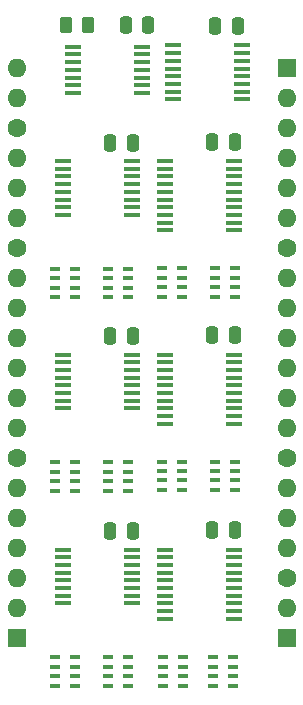
<source format=gts>
%TF.GenerationSoftware,KiCad,Pcbnew,9.0.7-9.0.7~ubuntu24.04.1*%
%TF.CreationDate,2026-01-10T20:26:46+02:00*%
%TF.ProjectId,GPIO Address Decode,4750494f-2041-4646-9472-657373204465,V1*%
%TF.SameCoordinates,Original*%
%TF.FileFunction,Soldermask,Top*%
%TF.FilePolarity,Negative*%
%FSLAX46Y46*%
G04 Gerber Fmt 4.6, Leading zero omitted, Abs format (unit mm)*
G04 Created by KiCad (PCBNEW 9.0.7-9.0.7~ubuntu24.04.1) date 2026-01-10 20:26:46*
%MOMM*%
%LPD*%
G01*
G04 APERTURE LIST*
G04 Aperture macros list*
%AMRoundRect*
0 Rectangle with rounded corners*
0 $1 Rounding radius*
0 $2 $3 $4 $5 $6 $7 $8 $9 X,Y pos of 4 corners*
0 Add a 4 corners polygon primitive as box body*
4,1,4,$2,$3,$4,$5,$6,$7,$8,$9,$2,$3,0*
0 Add four circle primitives for the rounded corners*
1,1,$1+$1,$2,$3*
1,1,$1+$1,$4,$5*
1,1,$1+$1,$6,$7*
1,1,$1+$1,$8,$9*
0 Add four rect primitives between the rounded corners*
20,1,$1+$1,$2,$3,$4,$5,0*
20,1,$1+$1,$4,$5,$6,$7,0*
20,1,$1+$1,$6,$7,$8,$9,0*
20,1,$1+$1,$8,$9,$2,$3,0*%
G04 Aperture macros list end*
%ADD10R,0.950000X0.450000*%
%ADD11RoundRect,0.250000X-0.262500X-0.450000X0.262500X-0.450000X0.262500X0.450000X-0.262500X0.450000X0*%
%ADD12R,1.600000X1.600000*%
%ADD13O,1.600000X1.600000*%
%ADD14C,1.600000*%
%ADD15RoundRect,0.250000X-0.550000X-0.550000X0.550000X-0.550000X0.550000X0.550000X-0.550000X0.550000X0*%
%ADD16R,1.475000X0.450000*%
%ADD17RoundRect,0.250000X0.250000X0.475000X-0.250000X0.475000X-0.250000X-0.475000X0.250000X-0.475000X0*%
%ADD18R,0.900000X0.450000*%
%ADD19R,1.450000X0.450000*%
G04 APERTURE END LIST*
D10*
%TO.C,CN4*%
X12397000Y-52298000D03*
X12397000Y-51498000D03*
X12397000Y-50698000D03*
X12397000Y-49898000D03*
X14097000Y-49898000D03*
X14097000Y-50698000D03*
X14097000Y-51498000D03*
X14097000Y-52298000D03*
%TD*%
D11*
%TO.C,R1*%
X6042500Y3652000D03*
X4217500Y3652000D03*
%TD*%
D12*
%TO.C,J1*%
X22860000Y0D03*
D13*
X22860000Y-2540000D03*
X22860000Y-5080000D03*
X22860000Y-7620000D03*
X22860000Y-10160000D03*
X22860000Y-12700000D03*
D14*
X22860000Y-15240000D03*
D13*
X22860000Y-17780000D03*
X22860000Y-20320000D03*
X22860000Y-22860000D03*
X22860000Y-25400000D03*
X22860000Y-27940000D03*
X22860000Y-30480000D03*
D14*
X22860000Y-33020000D03*
D13*
X22860000Y-35560000D03*
X22860000Y-38100000D03*
X22860000Y-40640000D03*
D14*
X22860000Y-43180000D03*
D13*
X22860000Y-45720000D03*
D12*
X22860000Y-48260000D03*
D15*
X0Y-48260000D03*
D13*
X0Y-45720000D03*
X0Y-43180000D03*
X0Y-40640000D03*
X0Y-38100000D03*
X0Y-35560000D03*
D14*
X0Y-33020000D03*
D13*
X0Y-30480000D03*
X0Y-27940000D03*
X0Y-25400000D03*
X0Y-22860000D03*
X0Y-20320000D03*
X0Y-17780000D03*
D14*
X0Y-15240000D03*
D13*
X0Y-12700000D03*
X0Y-10160000D03*
X0Y-7620000D03*
D14*
X0Y-5080000D03*
D13*
X0Y-2540000D03*
X0Y0D03*
%TD*%
D16*
%TO.C,IC1*%
X10608000Y1782000D03*
X10608000Y1132000D03*
X10608000Y482000D03*
X10608000Y-168000D03*
X10608000Y-818000D03*
X10608000Y-1468000D03*
X10608000Y-2118000D03*
X4732000Y-2118000D03*
X4732000Y-1468000D03*
X4732000Y-818000D03*
X4732000Y-168000D03*
X4732000Y482000D03*
X4732000Y1132000D03*
X4732000Y1782000D03*
%TD*%
D17*
%TO.C,C5*%
X16814000Y3556000D03*
X18714000Y3556000D03*
%TD*%
D16*
%TO.C,IC3*%
X18436000Y-7898000D03*
X18436000Y-8548000D03*
X18436000Y-9198000D03*
X18436000Y-9848000D03*
X18436000Y-10498000D03*
X18436000Y-11148000D03*
X18436000Y-11798000D03*
X18436000Y-12448000D03*
X18436000Y-13098000D03*
X18436000Y-13748000D03*
X12560000Y-13748000D03*
X12560000Y-13098000D03*
X12560000Y-12448000D03*
X12560000Y-11798000D03*
X12560000Y-11148000D03*
X12560000Y-10498000D03*
X12560000Y-9848000D03*
X12560000Y-9198000D03*
X12560000Y-8548000D03*
X12560000Y-7898000D03*
%TD*%
D18*
%TO.C,RN1*%
X7747000Y-19431000D03*
X7747000Y-18631000D03*
X7747000Y-17831000D03*
X7747000Y-17031000D03*
X9447000Y-17031000D03*
X9447000Y-17831000D03*
X9447000Y-18631000D03*
X9447000Y-19431000D03*
%TD*%
D10*
%TO.C,CN3*%
X4953000Y-49898000D03*
X4953000Y-50698000D03*
X4953000Y-51498000D03*
X4953000Y-52298000D03*
X3253000Y-52298000D03*
X3253000Y-51498000D03*
X3253000Y-50698000D03*
X3253000Y-49898000D03*
%TD*%
D17*
%TO.C,C8*%
X7924000Y-6363000D03*
X9824000Y-6363000D03*
%TD*%
%TO.C,C6*%
X7924000Y-22746000D03*
X9824000Y-22746000D03*
%TD*%
D10*
%TO.C,CN6*%
X12329000Y-35731000D03*
X12329000Y-34931000D03*
X12329000Y-34131000D03*
X12329000Y-33331000D03*
X14029000Y-33331000D03*
X14029000Y-34131000D03*
X14029000Y-34931000D03*
X14029000Y-35731000D03*
%TD*%
D17*
%TO.C,C4*%
X16564000Y-39144000D03*
X18464000Y-39144000D03*
%TD*%
D19*
%TO.C,IC2*%
X9783000Y-7898000D03*
X9783000Y-8548000D03*
X9783000Y-9198000D03*
X9783000Y-9848000D03*
X9783000Y-10498000D03*
X9783000Y-11148000D03*
X9783000Y-11798000D03*
X9783000Y-12448000D03*
X3933000Y-12448000D03*
X3933000Y-11798000D03*
X3933000Y-11148000D03*
X3933000Y-10498000D03*
X3933000Y-9848000D03*
X3933000Y-9198000D03*
X3933000Y-8548000D03*
X3933000Y-7898000D03*
%TD*%
D18*
%TO.C,RN6*%
X18474000Y-33331000D03*
X18474000Y-34131000D03*
X18474000Y-34931000D03*
X18474000Y-35731000D03*
X16774000Y-35731000D03*
X16774000Y-34931000D03*
X16774000Y-34131000D03*
X16774000Y-33331000D03*
%TD*%
D17*
%TO.C,C2*%
X16560000Y-6251000D03*
X18460000Y-6251000D03*
%TD*%
D18*
%TO.C,RN2*%
X18474000Y-16974000D03*
X18474000Y-17774000D03*
X18474000Y-18574000D03*
X18474000Y-19374000D03*
X16774000Y-19374000D03*
X16774000Y-18574000D03*
X16774000Y-17774000D03*
X16774000Y-16974000D03*
%TD*%
D10*
%TO.C,CN5*%
X4953000Y-33388000D03*
X4953000Y-34188000D03*
X4953000Y-34988000D03*
X4953000Y-35788000D03*
X3253000Y-35788000D03*
X3253000Y-34988000D03*
X3253000Y-34188000D03*
X3253000Y-33388000D03*
%TD*%
%TO.C,CN1*%
X4953000Y-17031000D03*
X4953000Y-17831000D03*
X4953000Y-18631000D03*
X4953000Y-19431000D03*
X3253000Y-19431000D03*
X3253000Y-18631000D03*
X3253000Y-17831000D03*
X3253000Y-17031000D03*
%TD*%
D18*
%TO.C,RN3*%
X7698000Y-52298000D03*
X7698000Y-51498000D03*
X7698000Y-50698000D03*
X7698000Y-49898000D03*
X9398000Y-49898000D03*
X9398000Y-50698000D03*
X9398000Y-51498000D03*
X9398000Y-52298000D03*
%TD*%
D19*
%TO.C,IC8*%
X9783000Y-24281000D03*
X9783000Y-24931000D03*
X9783000Y-25581000D03*
X9783000Y-26231000D03*
X9783000Y-26881000D03*
X9783000Y-27531000D03*
X9783000Y-28181000D03*
X9783000Y-28831000D03*
X3933000Y-28831000D03*
X3933000Y-28181000D03*
X3933000Y-27531000D03*
X3933000Y-26881000D03*
X3933000Y-26231000D03*
X3933000Y-25581000D03*
X3933000Y-24931000D03*
X3933000Y-24281000D03*
%TD*%
D17*
%TO.C,C1*%
X7928000Y-39256000D03*
X9828000Y-39256000D03*
%TD*%
D18*
%TO.C,RN4*%
X18357000Y-49898000D03*
X18357000Y-50698000D03*
X18357000Y-51498000D03*
X18357000Y-52298000D03*
X16657000Y-52298000D03*
X16657000Y-51498000D03*
X16657000Y-50698000D03*
X16657000Y-49898000D03*
%TD*%
D17*
%TO.C,C7*%
X16560000Y-22634000D03*
X18460000Y-22634000D03*
%TD*%
D19*
%TO.C,IC6*%
X9787000Y-40791000D03*
X9787000Y-41441000D03*
X9787000Y-42091000D03*
X9787000Y-42741000D03*
X9787000Y-43391000D03*
X9787000Y-44041000D03*
X9787000Y-44691000D03*
X9787000Y-45341000D03*
X3937000Y-45341000D03*
X3937000Y-44691000D03*
X3937000Y-44041000D03*
X3937000Y-43391000D03*
X3937000Y-42741000D03*
X3937000Y-42091000D03*
X3937000Y-41441000D03*
X3937000Y-40791000D03*
%TD*%
D16*
%TO.C,IC9*%
X18436000Y-24281000D03*
X18436000Y-24931000D03*
X18436000Y-25581000D03*
X18436000Y-26231000D03*
X18436000Y-26881000D03*
X18436000Y-27531000D03*
X18436000Y-28181000D03*
X18436000Y-28831000D03*
X18436000Y-29481000D03*
X18436000Y-30131000D03*
X12560000Y-30131000D03*
X12560000Y-29481000D03*
X12560000Y-28831000D03*
X12560000Y-28181000D03*
X12560000Y-27531000D03*
X12560000Y-26881000D03*
X12560000Y-26231000D03*
X12560000Y-25581000D03*
X12560000Y-24931000D03*
X12560000Y-24281000D03*
%TD*%
D18*
%TO.C,RN5*%
X7747000Y-35788000D03*
X7747000Y-34988000D03*
X7747000Y-34188000D03*
X7747000Y-33388000D03*
X9447000Y-33388000D03*
X9447000Y-34188000D03*
X9447000Y-34988000D03*
X9447000Y-35788000D03*
%TD*%
D10*
%TO.C,CN2*%
X12329000Y-19374000D03*
X12329000Y-18574000D03*
X12329000Y-17774000D03*
X12329000Y-16974000D03*
X14029000Y-16974000D03*
X14029000Y-17774000D03*
X14029000Y-18574000D03*
X14029000Y-19374000D03*
%TD*%
D19*
%TO.C,IC4*%
X19054000Y1894000D03*
X19054000Y1244000D03*
X19054000Y594000D03*
X19054000Y-56000D03*
X19054000Y-706000D03*
X19054000Y-1356000D03*
X19054000Y-2006000D03*
X19054000Y-2656000D03*
X13204000Y-2656000D03*
X13204000Y-2006000D03*
X13204000Y-1356000D03*
X13204000Y-706000D03*
X13204000Y-56000D03*
X13204000Y594000D03*
X13204000Y1244000D03*
X13204000Y1894000D03*
%TD*%
D17*
%TO.C,C3*%
X9244000Y3642000D03*
X11144000Y3642000D03*
%TD*%
D16*
%TO.C,IC7*%
X18440000Y-40791000D03*
X18440000Y-41441000D03*
X18440000Y-42091000D03*
X18440000Y-42741000D03*
X18440000Y-43391000D03*
X18440000Y-44041000D03*
X18440000Y-44691000D03*
X18440000Y-45341000D03*
X18440000Y-45991000D03*
X18440000Y-46641000D03*
X12564000Y-46641000D03*
X12564000Y-45991000D03*
X12564000Y-45341000D03*
X12564000Y-44691000D03*
X12564000Y-44041000D03*
X12564000Y-43391000D03*
X12564000Y-42741000D03*
X12564000Y-42091000D03*
X12564000Y-41441000D03*
X12564000Y-40791000D03*
%TD*%
M02*

</source>
